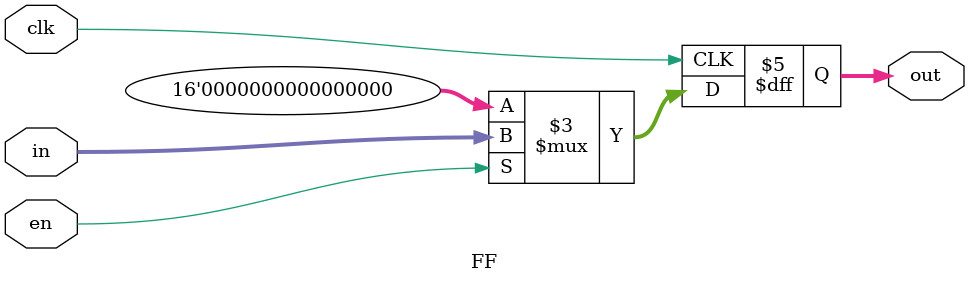
<source format=v>
module FF (  
	
	output reg [15:0] out,
	input clk,
	input [15:0] in,
	input en
);
	always @(negedge clk) begin
	
		if (en)
			out <= in;
		
		else 
			out <= 0; 
	end
	
endmodule


</source>
